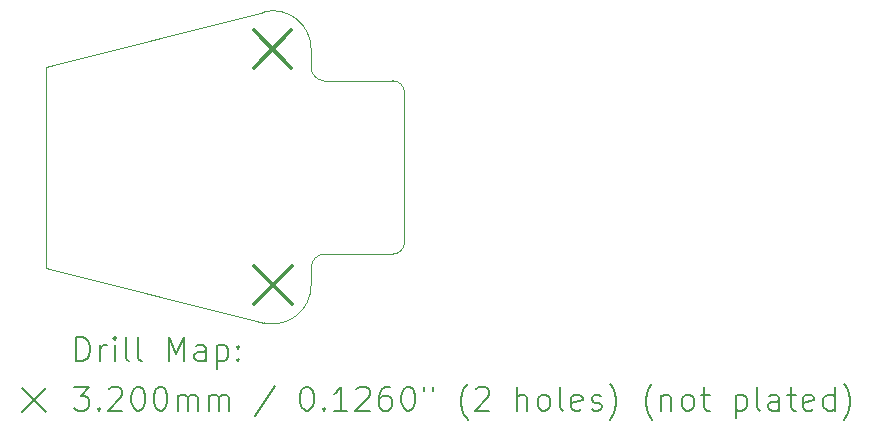
<source format=gbr>
%TF.GenerationSoftware,KiCad,Pcbnew,8.0.8*%
%TF.CreationDate,2025-02-03T14:17:49+01:00*%
%TF.ProjectId,FT25-SLS,46543235-2d53-44c5-932e-6b696361645f,rev?*%
%TF.SameCoordinates,Original*%
%TF.FileFunction,Drillmap*%
%TF.FilePolarity,Positive*%
%FSLAX45Y45*%
G04 Gerber Fmt 4.5, Leading zero omitted, Abs format (unit mm)*
G04 Created by KiCad (PCBNEW 8.0.8) date 2025-02-03 14:17:49*
%MOMM*%
%LPD*%
G01*
G04 APERTURE LIST*
%ADD10C,0.050000*%
%ADD11C,0.200000*%
%ADD12C,0.320000*%
G04 APERTURE END LIST*
D10*
X13825813Y-5000000D02*
X13826000Y-5152025D01*
X13430017Y-4681791D02*
G75*
G02*
X13825813Y-5000000I69983J-318209D01*
G01*
X11580000Y-5150000D02*
X13430017Y-4681791D01*
X13935891Y-5267000D02*
X14516000Y-5267000D01*
X14516000Y-5267000D02*
G75*
G02*
X14616000Y-5367000I0J-100000D01*
G01*
X14616289Y-6635289D02*
G75*
G02*
X14516289Y-6735289I-99999J-1D01*
G01*
X13825813Y-7000000D02*
G75*
G02*
X13430017Y-7318209I-325814J0D01*
G01*
X11580000Y-6850000D02*
X13430000Y-7318286D01*
X11580000Y-5150000D02*
X11580000Y-6850000D01*
X13825813Y-7000000D02*
X13827000Y-6850000D01*
X13935891Y-5267000D02*
G75*
G02*
X13826005Y-5152025I3109J112970D01*
G01*
X14616289Y-6634309D02*
X14616000Y-5367000D01*
X13827000Y-6850000D02*
G75*
G02*
X13936891Y-6735025I113000J2000D01*
G01*
X13936891Y-6735025D02*
X14516289Y-6735289D01*
D11*
D12*
X13339000Y-4839000D02*
X13659000Y-5159000D01*
X13659000Y-4839000D02*
X13339000Y-5159000D01*
X13340000Y-6840000D02*
X13660000Y-7160000D01*
X13660000Y-6840000D02*
X13340000Y-7160000D01*
D11*
X11838277Y-7639797D02*
X11838277Y-7439797D01*
X11838277Y-7439797D02*
X11885896Y-7439797D01*
X11885896Y-7439797D02*
X11914467Y-7449321D01*
X11914467Y-7449321D02*
X11933515Y-7468369D01*
X11933515Y-7468369D02*
X11943039Y-7487416D01*
X11943039Y-7487416D02*
X11952562Y-7525511D01*
X11952562Y-7525511D02*
X11952562Y-7554083D01*
X11952562Y-7554083D02*
X11943039Y-7592178D01*
X11943039Y-7592178D02*
X11933515Y-7611226D01*
X11933515Y-7611226D02*
X11914467Y-7630273D01*
X11914467Y-7630273D02*
X11885896Y-7639797D01*
X11885896Y-7639797D02*
X11838277Y-7639797D01*
X12038277Y-7639797D02*
X12038277Y-7506464D01*
X12038277Y-7544559D02*
X12047801Y-7525511D01*
X12047801Y-7525511D02*
X12057324Y-7515988D01*
X12057324Y-7515988D02*
X12076372Y-7506464D01*
X12076372Y-7506464D02*
X12095420Y-7506464D01*
X12162086Y-7639797D02*
X12162086Y-7506464D01*
X12162086Y-7439797D02*
X12152562Y-7449321D01*
X12152562Y-7449321D02*
X12162086Y-7458845D01*
X12162086Y-7458845D02*
X12171610Y-7449321D01*
X12171610Y-7449321D02*
X12162086Y-7439797D01*
X12162086Y-7439797D02*
X12162086Y-7458845D01*
X12285896Y-7639797D02*
X12266848Y-7630273D01*
X12266848Y-7630273D02*
X12257324Y-7611226D01*
X12257324Y-7611226D02*
X12257324Y-7439797D01*
X12390658Y-7639797D02*
X12371610Y-7630273D01*
X12371610Y-7630273D02*
X12362086Y-7611226D01*
X12362086Y-7611226D02*
X12362086Y-7439797D01*
X12619229Y-7639797D02*
X12619229Y-7439797D01*
X12619229Y-7439797D02*
X12685896Y-7582654D01*
X12685896Y-7582654D02*
X12752562Y-7439797D01*
X12752562Y-7439797D02*
X12752562Y-7639797D01*
X12933515Y-7639797D02*
X12933515Y-7535035D01*
X12933515Y-7535035D02*
X12923991Y-7515988D01*
X12923991Y-7515988D02*
X12904943Y-7506464D01*
X12904943Y-7506464D02*
X12866848Y-7506464D01*
X12866848Y-7506464D02*
X12847801Y-7515988D01*
X12933515Y-7630273D02*
X12914467Y-7639797D01*
X12914467Y-7639797D02*
X12866848Y-7639797D01*
X12866848Y-7639797D02*
X12847801Y-7630273D01*
X12847801Y-7630273D02*
X12838277Y-7611226D01*
X12838277Y-7611226D02*
X12838277Y-7592178D01*
X12838277Y-7592178D02*
X12847801Y-7573131D01*
X12847801Y-7573131D02*
X12866848Y-7563607D01*
X12866848Y-7563607D02*
X12914467Y-7563607D01*
X12914467Y-7563607D02*
X12933515Y-7554083D01*
X13028753Y-7506464D02*
X13028753Y-7706464D01*
X13028753Y-7515988D02*
X13047801Y-7506464D01*
X13047801Y-7506464D02*
X13085896Y-7506464D01*
X13085896Y-7506464D02*
X13104943Y-7515988D01*
X13104943Y-7515988D02*
X13114467Y-7525511D01*
X13114467Y-7525511D02*
X13123991Y-7544559D01*
X13123991Y-7544559D02*
X13123991Y-7601702D01*
X13123991Y-7601702D02*
X13114467Y-7620750D01*
X13114467Y-7620750D02*
X13104943Y-7630273D01*
X13104943Y-7630273D02*
X13085896Y-7639797D01*
X13085896Y-7639797D02*
X13047801Y-7639797D01*
X13047801Y-7639797D02*
X13028753Y-7630273D01*
X13209705Y-7620750D02*
X13219229Y-7630273D01*
X13219229Y-7630273D02*
X13209705Y-7639797D01*
X13209705Y-7639797D02*
X13200182Y-7630273D01*
X13200182Y-7630273D02*
X13209705Y-7620750D01*
X13209705Y-7620750D02*
X13209705Y-7639797D01*
X13209705Y-7515988D02*
X13219229Y-7525511D01*
X13219229Y-7525511D02*
X13209705Y-7535035D01*
X13209705Y-7535035D02*
X13200182Y-7525511D01*
X13200182Y-7525511D02*
X13209705Y-7515988D01*
X13209705Y-7515988D02*
X13209705Y-7535035D01*
X11377500Y-7868313D02*
X11577500Y-8068313D01*
X11577500Y-7868313D02*
X11377500Y-8068313D01*
X11819229Y-7859797D02*
X11943039Y-7859797D01*
X11943039Y-7859797D02*
X11876372Y-7935988D01*
X11876372Y-7935988D02*
X11904943Y-7935988D01*
X11904943Y-7935988D02*
X11923991Y-7945511D01*
X11923991Y-7945511D02*
X11933515Y-7955035D01*
X11933515Y-7955035D02*
X11943039Y-7974083D01*
X11943039Y-7974083D02*
X11943039Y-8021702D01*
X11943039Y-8021702D02*
X11933515Y-8040750D01*
X11933515Y-8040750D02*
X11923991Y-8050273D01*
X11923991Y-8050273D02*
X11904943Y-8059797D01*
X11904943Y-8059797D02*
X11847801Y-8059797D01*
X11847801Y-8059797D02*
X11828753Y-8050273D01*
X11828753Y-8050273D02*
X11819229Y-8040750D01*
X12028753Y-8040750D02*
X12038277Y-8050273D01*
X12038277Y-8050273D02*
X12028753Y-8059797D01*
X12028753Y-8059797D02*
X12019229Y-8050273D01*
X12019229Y-8050273D02*
X12028753Y-8040750D01*
X12028753Y-8040750D02*
X12028753Y-8059797D01*
X12114467Y-7878845D02*
X12123991Y-7869321D01*
X12123991Y-7869321D02*
X12143039Y-7859797D01*
X12143039Y-7859797D02*
X12190658Y-7859797D01*
X12190658Y-7859797D02*
X12209705Y-7869321D01*
X12209705Y-7869321D02*
X12219229Y-7878845D01*
X12219229Y-7878845D02*
X12228753Y-7897892D01*
X12228753Y-7897892D02*
X12228753Y-7916940D01*
X12228753Y-7916940D02*
X12219229Y-7945511D01*
X12219229Y-7945511D02*
X12104943Y-8059797D01*
X12104943Y-8059797D02*
X12228753Y-8059797D01*
X12352562Y-7859797D02*
X12371610Y-7859797D01*
X12371610Y-7859797D02*
X12390658Y-7869321D01*
X12390658Y-7869321D02*
X12400182Y-7878845D01*
X12400182Y-7878845D02*
X12409705Y-7897892D01*
X12409705Y-7897892D02*
X12419229Y-7935988D01*
X12419229Y-7935988D02*
X12419229Y-7983607D01*
X12419229Y-7983607D02*
X12409705Y-8021702D01*
X12409705Y-8021702D02*
X12400182Y-8040750D01*
X12400182Y-8040750D02*
X12390658Y-8050273D01*
X12390658Y-8050273D02*
X12371610Y-8059797D01*
X12371610Y-8059797D02*
X12352562Y-8059797D01*
X12352562Y-8059797D02*
X12333515Y-8050273D01*
X12333515Y-8050273D02*
X12323991Y-8040750D01*
X12323991Y-8040750D02*
X12314467Y-8021702D01*
X12314467Y-8021702D02*
X12304943Y-7983607D01*
X12304943Y-7983607D02*
X12304943Y-7935988D01*
X12304943Y-7935988D02*
X12314467Y-7897892D01*
X12314467Y-7897892D02*
X12323991Y-7878845D01*
X12323991Y-7878845D02*
X12333515Y-7869321D01*
X12333515Y-7869321D02*
X12352562Y-7859797D01*
X12543039Y-7859797D02*
X12562086Y-7859797D01*
X12562086Y-7859797D02*
X12581134Y-7869321D01*
X12581134Y-7869321D02*
X12590658Y-7878845D01*
X12590658Y-7878845D02*
X12600182Y-7897892D01*
X12600182Y-7897892D02*
X12609705Y-7935988D01*
X12609705Y-7935988D02*
X12609705Y-7983607D01*
X12609705Y-7983607D02*
X12600182Y-8021702D01*
X12600182Y-8021702D02*
X12590658Y-8040750D01*
X12590658Y-8040750D02*
X12581134Y-8050273D01*
X12581134Y-8050273D02*
X12562086Y-8059797D01*
X12562086Y-8059797D02*
X12543039Y-8059797D01*
X12543039Y-8059797D02*
X12523991Y-8050273D01*
X12523991Y-8050273D02*
X12514467Y-8040750D01*
X12514467Y-8040750D02*
X12504943Y-8021702D01*
X12504943Y-8021702D02*
X12495420Y-7983607D01*
X12495420Y-7983607D02*
X12495420Y-7935988D01*
X12495420Y-7935988D02*
X12504943Y-7897892D01*
X12504943Y-7897892D02*
X12514467Y-7878845D01*
X12514467Y-7878845D02*
X12523991Y-7869321D01*
X12523991Y-7869321D02*
X12543039Y-7859797D01*
X12695420Y-8059797D02*
X12695420Y-7926464D01*
X12695420Y-7945511D02*
X12704943Y-7935988D01*
X12704943Y-7935988D02*
X12723991Y-7926464D01*
X12723991Y-7926464D02*
X12752563Y-7926464D01*
X12752563Y-7926464D02*
X12771610Y-7935988D01*
X12771610Y-7935988D02*
X12781134Y-7955035D01*
X12781134Y-7955035D02*
X12781134Y-8059797D01*
X12781134Y-7955035D02*
X12790658Y-7935988D01*
X12790658Y-7935988D02*
X12809705Y-7926464D01*
X12809705Y-7926464D02*
X12838277Y-7926464D01*
X12838277Y-7926464D02*
X12857324Y-7935988D01*
X12857324Y-7935988D02*
X12866848Y-7955035D01*
X12866848Y-7955035D02*
X12866848Y-8059797D01*
X12962086Y-8059797D02*
X12962086Y-7926464D01*
X12962086Y-7945511D02*
X12971610Y-7935988D01*
X12971610Y-7935988D02*
X12990658Y-7926464D01*
X12990658Y-7926464D02*
X13019229Y-7926464D01*
X13019229Y-7926464D02*
X13038277Y-7935988D01*
X13038277Y-7935988D02*
X13047801Y-7955035D01*
X13047801Y-7955035D02*
X13047801Y-8059797D01*
X13047801Y-7955035D02*
X13057324Y-7935988D01*
X13057324Y-7935988D02*
X13076372Y-7926464D01*
X13076372Y-7926464D02*
X13104943Y-7926464D01*
X13104943Y-7926464D02*
X13123991Y-7935988D01*
X13123991Y-7935988D02*
X13133515Y-7955035D01*
X13133515Y-7955035D02*
X13133515Y-8059797D01*
X13523991Y-7850273D02*
X13352563Y-8107416D01*
X13781134Y-7859797D02*
X13800182Y-7859797D01*
X13800182Y-7859797D02*
X13819229Y-7869321D01*
X13819229Y-7869321D02*
X13828753Y-7878845D01*
X13828753Y-7878845D02*
X13838277Y-7897892D01*
X13838277Y-7897892D02*
X13847801Y-7935988D01*
X13847801Y-7935988D02*
X13847801Y-7983607D01*
X13847801Y-7983607D02*
X13838277Y-8021702D01*
X13838277Y-8021702D02*
X13828753Y-8040750D01*
X13828753Y-8040750D02*
X13819229Y-8050273D01*
X13819229Y-8050273D02*
X13800182Y-8059797D01*
X13800182Y-8059797D02*
X13781134Y-8059797D01*
X13781134Y-8059797D02*
X13762086Y-8050273D01*
X13762086Y-8050273D02*
X13752563Y-8040750D01*
X13752563Y-8040750D02*
X13743039Y-8021702D01*
X13743039Y-8021702D02*
X13733515Y-7983607D01*
X13733515Y-7983607D02*
X13733515Y-7935988D01*
X13733515Y-7935988D02*
X13743039Y-7897892D01*
X13743039Y-7897892D02*
X13752563Y-7878845D01*
X13752563Y-7878845D02*
X13762086Y-7869321D01*
X13762086Y-7869321D02*
X13781134Y-7859797D01*
X13933515Y-8040750D02*
X13943039Y-8050273D01*
X13943039Y-8050273D02*
X13933515Y-8059797D01*
X13933515Y-8059797D02*
X13923991Y-8050273D01*
X13923991Y-8050273D02*
X13933515Y-8040750D01*
X13933515Y-8040750D02*
X13933515Y-8059797D01*
X14133515Y-8059797D02*
X14019229Y-8059797D01*
X14076372Y-8059797D02*
X14076372Y-7859797D01*
X14076372Y-7859797D02*
X14057325Y-7888369D01*
X14057325Y-7888369D02*
X14038277Y-7907416D01*
X14038277Y-7907416D02*
X14019229Y-7916940D01*
X14209706Y-7878845D02*
X14219229Y-7869321D01*
X14219229Y-7869321D02*
X14238277Y-7859797D01*
X14238277Y-7859797D02*
X14285896Y-7859797D01*
X14285896Y-7859797D02*
X14304944Y-7869321D01*
X14304944Y-7869321D02*
X14314467Y-7878845D01*
X14314467Y-7878845D02*
X14323991Y-7897892D01*
X14323991Y-7897892D02*
X14323991Y-7916940D01*
X14323991Y-7916940D02*
X14314467Y-7945511D01*
X14314467Y-7945511D02*
X14200182Y-8059797D01*
X14200182Y-8059797D02*
X14323991Y-8059797D01*
X14495420Y-7859797D02*
X14457325Y-7859797D01*
X14457325Y-7859797D02*
X14438277Y-7869321D01*
X14438277Y-7869321D02*
X14428753Y-7878845D01*
X14428753Y-7878845D02*
X14409706Y-7907416D01*
X14409706Y-7907416D02*
X14400182Y-7945511D01*
X14400182Y-7945511D02*
X14400182Y-8021702D01*
X14400182Y-8021702D02*
X14409706Y-8040750D01*
X14409706Y-8040750D02*
X14419229Y-8050273D01*
X14419229Y-8050273D02*
X14438277Y-8059797D01*
X14438277Y-8059797D02*
X14476372Y-8059797D01*
X14476372Y-8059797D02*
X14495420Y-8050273D01*
X14495420Y-8050273D02*
X14504944Y-8040750D01*
X14504944Y-8040750D02*
X14514467Y-8021702D01*
X14514467Y-8021702D02*
X14514467Y-7974083D01*
X14514467Y-7974083D02*
X14504944Y-7955035D01*
X14504944Y-7955035D02*
X14495420Y-7945511D01*
X14495420Y-7945511D02*
X14476372Y-7935988D01*
X14476372Y-7935988D02*
X14438277Y-7935988D01*
X14438277Y-7935988D02*
X14419229Y-7945511D01*
X14419229Y-7945511D02*
X14409706Y-7955035D01*
X14409706Y-7955035D02*
X14400182Y-7974083D01*
X14638277Y-7859797D02*
X14657325Y-7859797D01*
X14657325Y-7859797D02*
X14676372Y-7869321D01*
X14676372Y-7869321D02*
X14685896Y-7878845D01*
X14685896Y-7878845D02*
X14695420Y-7897892D01*
X14695420Y-7897892D02*
X14704944Y-7935988D01*
X14704944Y-7935988D02*
X14704944Y-7983607D01*
X14704944Y-7983607D02*
X14695420Y-8021702D01*
X14695420Y-8021702D02*
X14685896Y-8040750D01*
X14685896Y-8040750D02*
X14676372Y-8050273D01*
X14676372Y-8050273D02*
X14657325Y-8059797D01*
X14657325Y-8059797D02*
X14638277Y-8059797D01*
X14638277Y-8059797D02*
X14619229Y-8050273D01*
X14619229Y-8050273D02*
X14609706Y-8040750D01*
X14609706Y-8040750D02*
X14600182Y-8021702D01*
X14600182Y-8021702D02*
X14590658Y-7983607D01*
X14590658Y-7983607D02*
X14590658Y-7935988D01*
X14590658Y-7935988D02*
X14600182Y-7897892D01*
X14600182Y-7897892D02*
X14609706Y-7878845D01*
X14609706Y-7878845D02*
X14619229Y-7869321D01*
X14619229Y-7869321D02*
X14638277Y-7859797D01*
X14781134Y-7859797D02*
X14781134Y-7897892D01*
X14857325Y-7859797D02*
X14857325Y-7897892D01*
X15152563Y-8135988D02*
X15143039Y-8126464D01*
X15143039Y-8126464D02*
X15123991Y-8097892D01*
X15123991Y-8097892D02*
X15114468Y-8078845D01*
X15114468Y-8078845D02*
X15104944Y-8050273D01*
X15104944Y-8050273D02*
X15095420Y-8002654D01*
X15095420Y-8002654D02*
X15095420Y-7964559D01*
X15095420Y-7964559D02*
X15104944Y-7916940D01*
X15104944Y-7916940D02*
X15114468Y-7888369D01*
X15114468Y-7888369D02*
X15123991Y-7869321D01*
X15123991Y-7869321D02*
X15143039Y-7840750D01*
X15143039Y-7840750D02*
X15152563Y-7831226D01*
X15219229Y-7878845D02*
X15228753Y-7869321D01*
X15228753Y-7869321D02*
X15247801Y-7859797D01*
X15247801Y-7859797D02*
X15295420Y-7859797D01*
X15295420Y-7859797D02*
X15314468Y-7869321D01*
X15314468Y-7869321D02*
X15323991Y-7878845D01*
X15323991Y-7878845D02*
X15333515Y-7897892D01*
X15333515Y-7897892D02*
X15333515Y-7916940D01*
X15333515Y-7916940D02*
X15323991Y-7945511D01*
X15323991Y-7945511D02*
X15209706Y-8059797D01*
X15209706Y-8059797D02*
X15333515Y-8059797D01*
X15571610Y-8059797D02*
X15571610Y-7859797D01*
X15657325Y-8059797D02*
X15657325Y-7955035D01*
X15657325Y-7955035D02*
X15647801Y-7935988D01*
X15647801Y-7935988D02*
X15628753Y-7926464D01*
X15628753Y-7926464D02*
X15600182Y-7926464D01*
X15600182Y-7926464D02*
X15581134Y-7935988D01*
X15581134Y-7935988D02*
X15571610Y-7945511D01*
X15781134Y-8059797D02*
X15762087Y-8050273D01*
X15762087Y-8050273D02*
X15752563Y-8040750D01*
X15752563Y-8040750D02*
X15743039Y-8021702D01*
X15743039Y-8021702D02*
X15743039Y-7964559D01*
X15743039Y-7964559D02*
X15752563Y-7945511D01*
X15752563Y-7945511D02*
X15762087Y-7935988D01*
X15762087Y-7935988D02*
X15781134Y-7926464D01*
X15781134Y-7926464D02*
X15809706Y-7926464D01*
X15809706Y-7926464D02*
X15828753Y-7935988D01*
X15828753Y-7935988D02*
X15838277Y-7945511D01*
X15838277Y-7945511D02*
X15847801Y-7964559D01*
X15847801Y-7964559D02*
X15847801Y-8021702D01*
X15847801Y-8021702D02*
X15838277Y-8040750D01*
X15838277Y-8040750D02*
X15828753Y-8050273D01*
X15828753Y-8050273D02*
X15809706Y-8059797D01*
X15809706Y-8059797D02*
X15781134Y-8059797D01*
X15962087Y-8059797D02*
X15943039Y-8050273D01*
X15943039Y-8050273D02*
X15933515Y-8031226D01*
X15933515Y-8031226D02*
X15933515Y-7859797D01*
X16114468Y-8050273D02*
X16095420Y-8059797D01*
X16095420Y-8059797D02*
X16057325Y-8059797D01*
X16057325Y-8059797D02*
X16038277Y-8050273D01*
X16038277Y-8050273D02*
X16028753Y-8031226D01*
X16028753Y-8031226D02*
X16028753Y-7955035D01*
X16028753Y-7955035D02*
X16038277Y-7935988D01*
X16038277Y-7935988D02*
X16057325Y-7926464D01*
X16057325Y-7926464D02*
X16095420Y-7926464D01*
X16095420Y-7926464D02*
X16114468Y-7935988D01*
X16114468Y-7935988D02*
X16123991Y-7955035D01*
X16123991Y-7955035D02*
X16123991Y-7974083D01*
X16123991Y-7974083D02*
X16028753Y-7993131D01*
X16200182Y-8050273D02*
X16219230Y-8059797D01*
X16219230Y-8059797D02*
X16257325Y-8059797D01*
X16257325Y-8059797D02*
X16276372Y-8050273D01*
X16276372Y-8050273D02*
X16285896Y-8031226D01*
X16285896Y-8031226D02*
X16285896Y-8021702D01*
X16285896Y-8021702D02*
X16276372Y-8002654D01*
X16276372Y-8002654D02*
X16257325Y-7993131D01*
X16257325Y-7993131D02*
X16228753Y-7993131D01*
X16228753Y-7993131D02*
X16209706Y-7983607D01*
X16209706Y-7983607D02*
X16200182Y-7964559D01*
X16200182Y-7964559D02*
X16200182Y-7955035D01*
X16200182Y-7955035D02*
X16209706Y-7935988D01*
X16209706Y-7935988D02*
X16228753Y-7926464D01*
X16228753Y-7926464D02*
X16257325Y-7926464D01*
X16257325Y-7926464D02*
X16276372Y-7935988D01*
X16352563Y-8135988D02*
X16362087Y-8126464D01*
X16362087Y-8126464D02*
X16381134Y-8097892D01*
X16381134Y-8097892D02*
X16390658Y-8078845D01*
X16390658Y-8078845D02*
X16400182Y-8050273D01*
X16400182Y-8050273D02*
X16409706Y-8002654D01*
X16409706Y-8002654D02*
X16409706Y-7964559D01*
X16409706Y-7964559D02*
X16400182Y-7916940D01*
X16400182Y-7916940D02*
X16390658Y-7888369D01*
X16390658Y-7888369D02*
X16381134Y-7869321D01*
X16381134Y-7869321D02*
X16362087Y-7840750D01*
X16362087Y-7840750D02*
X16352563Y-7831226D01*
X16714468Y-8135988D02*
X16704944Y-8126464D01*
X16704944Y-8126464D02*
X16685896Y-8097892D01*
X16685896Y-8097892D02*
X16676372Y-8078845D01*
X16676372Y-8078845D02*
X16666849Y-8050273D01*
X16666849Y-8050273D02*
X16657325Y-8002654D01*
X16657325Y-8002654D02*
X16657325Y-7964559D01*
X16657325Y-7964559D02*
X16666849Y-7916940D01*
X16666849Y-7916940D02*
X16676372Y-7888369D01*
X16676372Y-7888369D02*
X16685896Y-7869321D01*
X16685896Y-7869321D02*
X16704944Y-7840750D01*
X16704944Y-7840750D02*
X16714468Y-7831226D01*
X16790658Y-7926464D02*
X16790658Y-8059797D01*
X16790658Y-7945511D02*
X16800182Y-7935988D01*
X16800182Y-7935988D02*
X16819230Y-7926464D01*
X16819230Y-7926464D02*
X16847801Y-7926464D01*
X16847801Y-7926464D02*
X16866849Y-7935988D01*
X16866849Y-7935988D02*
X16876373Y-7955035D01*
X16876373Y-7955035D02*
X16876373Y-8059797D01*
X17000182Y-8059797D02*
X16981134Y-8050273D01*
X16981134Y-8050273D02*
X16971611Y-8040750D01*
X16971611Y-8040750D02*
X16962087Y-8021702D01*
X16962087Y-8021702D02*
X16962087Y-7964559D01*
X16962087Y-7964559D02*
X16971611Y-7945511D01*
X16971611Y-7945511D02*
X16981134Y-7935988D01*
X16981134Y-7935988D02*
X17000182Y-7926464D01*
X17000182Y-7926464D02*
X17028754Y-7926464D01*
X17028754Y-7926464D02*
X17047801Y-7935988D01*
X17047801Y-7935988D02*
X17057325Y-7945511D01*
X17057325Y-7945511D02*
X17066849Y-7964559D01*
X17066849Y-7964559D02*
X17066849Y-8021702D01*
X17066849Y-8021702D02*
X17057325Y-8040750D01*
X17057325Y-8040750D02*
X17047801Y-8050273D01*
X17047801Y-8050273D02*
X17028754Y-8059797D01*
X17028754Y-8059797D02*
X17000182Y-8059797D01*
X17123992Y-7926464D02*
X17200182Y-7926464D01*
X17152563Y-7859797D02*
X17152563Y-8031226D01*
X17152563Y-8031226D02*
X17162087Y-8050273D01*
X17162087Y-8050273D02*
X17181134Y-8059797D01*
X17181134Y-8059797D02*
X17200182Y-8059797D01*
X17419230Y-7926464D02*
X17419230Y-8126464D01*
X17419230Y-7935988D02*
X17438277Y-7926464D01*
X17438277Y-7926464D02*
X17476373Y-7926464D01*
X17476373Y-7926464D02*
X17495420Y-7935988D01*
X17495420Y-7935988D02*
X17504944Y-7945511D01*
X17504944Y-7945511D02*
X17514468Y-7964559D01*
X17514468Y-7964559D02*
X17514468Y-8021702D01*
X17514468Y-8021702D02*
X17504944Y-8040750D01*
X17504944Y-8040750D02*
X17495420Y-8050273D01*
X17495420Y-8050273D02*
X17476373Y-8059797D01*
X17476373Y-8059797D02*
X17438277Y-8059797D01*
X17438277Y-8059797D02*
X17419230Y-8050273D01*
X17628754Y-8059797D02*
X17609706Y-8050273D01*
X17609706Y-8050273D02*
X17600182Y-8031226D01*
X17600182Y-8031226D02*
X17600182Y-7859797D01*
X17790658Y-8059797D02*
X17790658Y-7955035D01*
X17790658Y-7955035D02*
X17781135Y-7935988D01*
X17781135Y-7935988D02*
X17762087Y-7926464D01*
X17762087Y-7926464D02*
X17723992Y-7926464D01*
X17723992Y-7926464D02*
X17704944Y-7935988D01*
X17790658Y-8050273D02*
X17771611Y-8059797D01*
X17771611Y-8059797D02*
X17723992Y-8059797D01*
X17723992Y-8059797D02*
X17704944Y-8050273D01*
X17704944Y-8050273D02*
X17695420Y-8031226D01*
X17695420Y-8031226D02*
X17695420Y-8012178D01*
X17695420Y-8012178D02*
X17704944Y-7993131D01*
X17704944Y-7993131D02*
X17723992Y-7983607D01*
X17723992Y-7983607D02*
X17771611Y-7983607D01*
X17771611Y-7983607D02*
X17790658Y-7974083D01*
X17857325Y-7926464D02*
X17933515Y-7926464D01*
X17885896Y-7859797D02*
X17885896Y-8031226D01*
X17885896Y-8031226D02*
X17895420Y-8050273D01*
X17895420Y-8050273D02*
X17914468Y-8059797D01*
X17914468Y-8059797D02*
X17933515Y-8059797D01*
X18076373Y-8050273D02*
X18057325Y-8059797D01*
X18057325Y-8059797D02*
X18019230Y-8059797D01*
X18019230Y-8059797D02*
X18000182Y-8050273D01*
X18000182Y-8050273D02*
X17990658Y-8031226D01*
X17990658Y-8031226D02*
X17990658Y-7955035D01*
X17990658Y-7955035D02*
X18000182Y-7935988D01*
X18000182Y-7935988D02*
X18019230Y-7926464D01*
X18019230Y-7926464D02*
X18057325Y-7926464D01*
X18057325Y-7926464D02*
X18076373Y-7935988D01*
X18076373Y-7935988D02*
X18085896Y-7955035D01*
X18085896Y-7955035D02*
X18085896Y-7974083D01*
X18085896Y-7974083D02*
X17990658Y-7993131D01*
X18257325Y-8059797D02*
X18257325Y-7859797D01*
X18257325Y-8050273D02*
X18238277Y-8059797D01*
X18238277Y-8059797D02*
X18200182Y-8059797D01*
X18200182Y-8059797D02*
X18181135Y-8050273D01*
X18181135Y-8050273D02*
X18171611Y-8040750D01*
X18171611Y-8040750D02*
X18162087Y-8021702D01*
X18162087Y-8021702D02*
X18162087Y-7964559D01*
X18162087Y-7964559D02*
X18171611Y-7945511D01*
X18171611Y-7945511D02*
X18181135Y-7935988D01*
X18181135Y-7935988D02*
X18200182Y-7926464D01*
X18200182Y-7926464D02*
X18238277Y-7926464D01*
X18238277Y-7926464D02*
X18257325Y-7935988D01*
X18333516Y-8135988D02*
X18343039Y-8126464D01*
X18343039Y-8126464D02*
X18362087Y-8097892D01*
X18362087Y-8097892D02*
X18371611Y-8078845D01*
X18371611Y-8078845D02*
X18381135Y-8050273D01*
X18381135Y-8050273D02*
X18390658Y-8002654D01*
X18390658Y-8002654D02*
X18390658Y-7964559D01*
X18390658Y-7964559D02*
X18381135Y-7916940D01*
X18381135Y-7916940D02*
X18371611Y-7888369D01*
X18371611Y-7888369D02*
X18362087Y-7869321D01*
X18362087Y-7869321D02*
X18343039Y-7840750D01*
X18343039Y-7840750D02*
X18333516Y-7831226D01*
M02*

</source>
